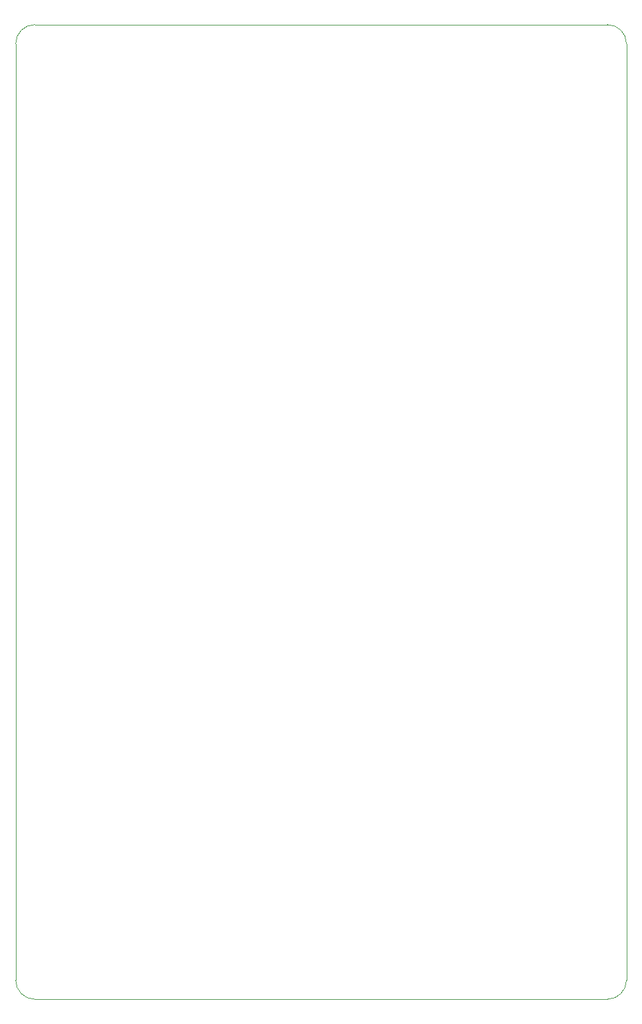
<source format=gbr>
%TF.GenerationSoftware,KiCad,Pcbnew,7.0.5*%
%TF.CreationDate,2023-07-11T16:18:17+08:00*%
%TF.ProjectId,press-beta,70726573-732d-4626-9574-612e6b696361,rev?*%
%TF.SameCoordinates,Original*%
%TF.FileFunction,Profile,NP*%
%FSLAX46Y46*%
G04 Gerber Fmt 4.6, Leading zero omitted, Abs format (unit mm)*
G04 Created by KiCad (PCBNEW 7.0.5) date 2023-07-11 16:18:17*
%MOMM*%
%LPD*%
G01*
G04 APERTURE LIST*
%TA.AperFunction,Profile*%
%ADD10C,0.100000*%
%TD*%
G04 APERTURE END LIST*
D10*
X63500000Y-55880000D02*
X139700000Y-55880000D01*
X139700000Y-185460000D02*
G75*
G03*
X142240000Y-182920000I0J2540000D01*
G01*
X139700000Y-185460000D02*
X63500000Y-185460000D01*
X142240000Y-58420000D02*
X142240000Y-182920000D01*
X60960000Y-182920000D02*
X60960000Y-58420000D01*
X142240000Y-58420000D02*
G75*
G03*
X139700000Y-55880000I-2540000J0D01*
G01*
X60960000Y-182920000D02*
G75*
G03*
X63500000Y-185460000I2540000J0D01*
G01*
X63500000Y-55880000D02*
G75*
G03*
X60960000Y-58420000I0J-2540000D01*
G01*
M02*

</source>
